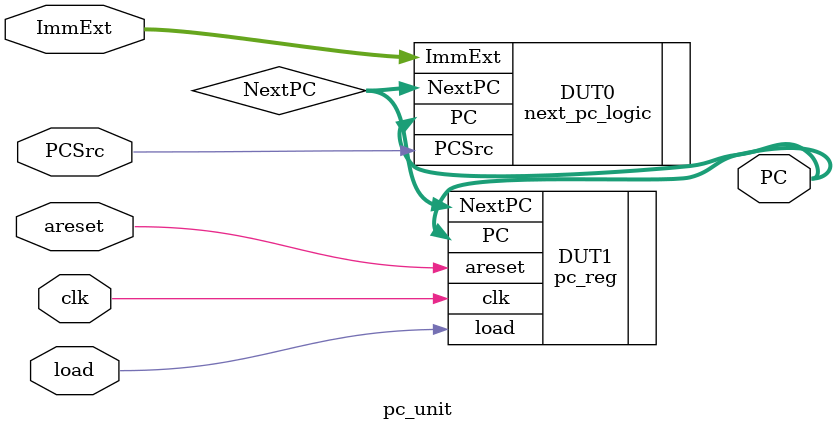
<source format=v>
module pc_unit
(
    input clk ,
    input areset , 
    input load ,
    input PCSrc , 
    input[31:0] ImmExt ,
    output [31:0] PC
);
    wire [31:0] NextPC;
    next_pc_logic DUT0(.PC(PC) ,
                       .ImmExt(ImmExt) ,
                       .PCSrc(PCSrc) , 
                       .NextPC(NextPC));
    pc_reg DUT1(.clk(clk) , 
                .areset(areset) ,
                .load(load) , 
                .PC(PC) ,
                .NextPC(NextPC));
endmodule

</source>
